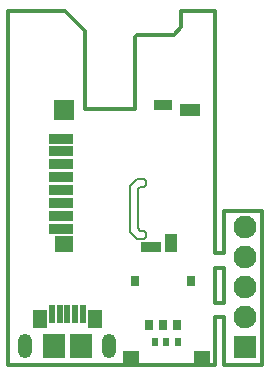
<source format=gbr>
G04 ================== begin FILE IDENTIFICATION RECORD ==================*
G04 Layout Name:  STEVAL-STLCR01V1.brd*
G04 Film Name:    STEVAL-STLCR01V1-10SMB.GBR*
G04 File Format:  Gerber RS274X*
G04 File Origin:  Cadence Allegro 16.5-P002*
G04 Origin Date:  Wed May 18 11:18:33 2016*
G04 *
G04 Layer:  VIA CLASS/SOLDERMASK_BOTTOM*
G04 Layer:  PIN/SOLDERMASK_BOTTOM*
G04 Layer:  PACKAGE GEOMETRY/SOLDERMASK_BOTTOM*
G04 Layer:  BOARD GEOMETRY/TOOLING_CORNERS*
G04 Layer:  BOARD GEOMETRY/SOLDERMASK_BOTTOM*
G04 *
G04 Offset:    (0.0000 0.0000)*
G04 Mirror:    No*
G04 Mode:      Positive*
G04 Rotation:  0*
G04 FullContactRelief:  No*
G04 UndefLineWidth:     0.0000*
G04 ================== end FILE IDENTIFICATION RECORD ====================*
%FSLAX25Y25*MOMM*%
%IR0*IPPOS*OFA0.00000B0.00000*MIA0B0*SFA1.00000B1.00000*%
%ADD16R,2.0066X.8128*%
%ADD14R,.5588X1.6002*%
%ADD23R,1.5494X.9144*%
%ADD22R,1.6764X.9144*%
%ADD10O,1.2X2.1*%
%ADD13R,1.3X1.6*%
%ADD11C,0.0*%
%ADD20R,.8X.95*%
%ADD12R,1.85X2.0066*%
%ADD18R,1.397X1.27*%
%ADD26C,1.9304*%
%ADD25R,1.9304X1.9304*%
%ADD24R,1.7526X1.1176*%
%ADD21R,1.1176X1.5494*%
%ADD15R,1.6256X1.3716*%
%ADD17R,1.6764X1.6764*%
%ADD19R,.6096X.7366*%
%ADD27C,.2*%
%ADD28C,.3*%
G75*
%LPD*%
G75*
G54D10*
X142500Y165000D03*
X857500D03*
G54D20*
X1075000Y715000D03*
X1545000D03*
X1190000Y340000D03*
X1310000D03*
X1430000D03*
G54D11*
X100000Y450000D03*
X65000Y340000D03*
X59520Y1230000D03*
X130000Y985000D03*
X165000Y1420000D03*
X95000Y2410000D03*
X120000Y1810000D03*
X155000Y2283000D03*
X120000Y2537000D03*
X105000Y2791000D03*
X285000Y640000D03*
X210000Y540000D03*
X705000Y629300D03*
X795000Y630000D03*
X705000Y555000D03*
X675000Y885000D03*
Y705000D03*
Y795000D03*
X255330Y878460D03*
X559990Y635010D03*
X745000Y1190000D03*
X870000Y1300000D03*
X600000Y1115000D03*
X703530Y1115650D03*
X730000Y1695000D03*
X475000Y1370000D03*
X390920Y1272810D03*
X509900Y1147100D03*
X590000Y1684900D03*
X430000Y1485000D03*
X515000Y1700000D03*
X310000Y1580000D03*
X180000Y1050000D03*
X330000Y1030000D03*
X305000Y1250000D03*
X463030Y1804190D03*
X1010000Y160000D03*
X1464990Y110010D03*
X1448580Y749780D03*
X1135210Y214780D03*
X960000Y235000D03*
X945000Y535100D03*
X1015000Y815000D03*
X1675000Y350000D03*
X1635000Y830000D03*
X1270000Y920000D03*
X1370000Y855000D03*
X1626200Y460950D03*
X1515000Y265000D03*
X1015000Y455000D03*
X1075000Y1005000D03*
X1015000Y1050000D03*
X1242760Y1610000D03*
X1316420Y1624330D03*
X1575000Y1760000D03*
X1195000Y1735000D03*
X1265000Y2100000D03*
X1580000Y2410000D03*
X1550000Y2275000D03*
X1565000Y2920000D03*
Y2791000D03*
X1570000Y2535000D03*
G54D21*
X1380000Y1037500D03*
G54D12*
X387500Y165000D03*
X612500D03*
G54D13*
X268000Y388000D03*
X732000D03*
G54D22*
X1210000Y1005000D03*
G54D23*
X1307500Y2200000D03*
G54D14*
X630000Y430000D03*
X565000D03*
X500000D03*
X435000D03*
X370000D03*
G54D15*
X470000Y1030000D03*
G54D24*
X1537500Y2160000D03*
G54D25*
X2005000Y152000D03*
G54D16*
X450000Y1370000D03*
Y1260000D03*
Y1150000D03*
Y1480000D03*
Y1590000D03*
Y1700000D03*
Y1810000D03*
Y1920000D03*
G54D17*
X470000Y2165000D03*
G54D26*
X2005000Y406000D03*
Y660000D03*
Y914000D03*
Y1168000D03*
G54D27*
G01X1150000Y1580000D02*
X1090000D01*
X1030000Y1520000D01*
Y1130000D01*
X1090000Y1070000D01*
X1150000D01*
X1170000Y1090000D01*
Y1120000D01*
X1150000Y1140000D01*
X1120000D01*
X1100000Y1160000D01*
Y1490000D01*
X1120000Y1510000D01*
X1150000D01*
X1170000Y1530000D01*
Y1560000D01*
X1150000Y1580000D01*
G54D18*
X1640000Y60000D03*
X1040000D03*
G54D28*
G01X0Y0D02*
X1750000D01*
Y410000D01*
X1830000D01*
Y0D01*
X2150000D01*
Y1310000D01*
X1830000D01*
Y950000D01*
X1750000D01*
Y3000000D01*
X1460000D01*
Y2860000D01*
X1400000Y2800000D01*
X1090000D01*
X1070000Y2780000D01*
Y2170000D01*
X650000D01*
Y2830000D01*
X480000Y3000000D01*
X0D01*
Y0D01*
G01X1830000Y530000D02*
X1750000D01*
Y820000D01*
X1830000D01*
Y530000D01*
G54D19*
X1440000Y195000D03*
X1340000D03*
X1240000D03*
M02*

</source>
